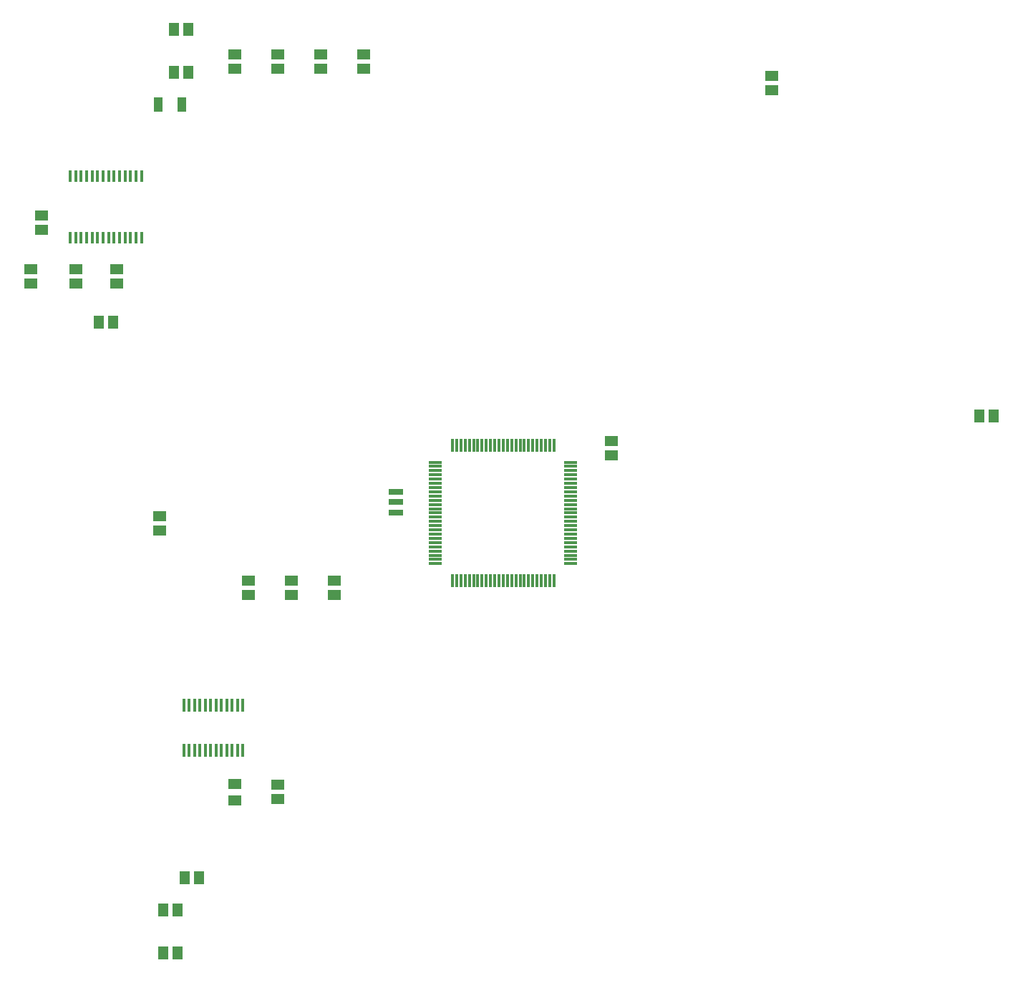
<source format=gtp>
G75*
%MOIN*%
%OFA0B0*%
%FSLAX24Y24*%
%IPPOS*%
%LPD*%
%AMOC8*
5,1,8,0,0,1.08239X$1,22.5*
%
%ADD10R,0.0118X0.0591*%
%ADD11R,0.0591X0.0118*%
%ADD12R,0.0669X0.0276*%
%ADD13R,0.0512X0.0591*%
%ADD14R,0.0591X0.0512*%
%ADD15R,0.0137X0.0550*%
%ADD16R,0.0394X0.0709*%
%ADD17R,0.0140X0.0630*%
%ADD18R,0.0630X0.0512*%
D10*
X021138Y020030D03*
X021335Y020030D03*
X021531Y020030D03*
X021728Y020030D03*
X021925Y020030D03*
X022122Y020030D03*
X022319Y020030D03*
X022516Y020030D03*
X022713Y020030D03*
X022909Y020030D03*
X023106Y020030D03*
X023303Y020030D03*
X023500Y020030D03*
X023697Y020030D03*
X023894Y020030D03*
X024091Y020030D03*
X024287Y020030D03*
X024484Y020030D03*
X024681Y020030D03*
X024878Y020030D03*
X025075Y020030D03*
X025272Y020030D03*
X025469Y020030D03*
X025665Y020030D03*
X025862Y020030D03*
X025862Y026330D03*
X025665Y026330D03*
X025469Y026330D03*
X025272Y026330D03*
X025075Y026330D03*
X024878Y026330D03*
X024681Y026330D03*
X024484Y026330D03*
X024287Y026330D03*
X024091Y026330D03*
X023894Y026330D03*
X023697Y026330D03*
X023500Y026330D03*
X023303Y026330D03*
X023106Y026330D03*
X022909Y026330D03*
X022713Y026330D03*
X022516Y026330D03*
X022319Y026330D03*
X022122Y026330D03*
X021925Y026330D03*
X021728Y026330D03*
X021531Y026330D03*
X021335Y026330D03*
X021138Y026330D03*
D11*
X020350Y025542D03*
X020350Y025345D03*
X020350Y025149D03*
X020350Y024952D03*
X020350Y024755D03*
X020350Y024558D03*
X020350Y024361D03*
X020350Y024164D03*
X020350Y023967D03*
X020350Y023771D03*
X020350Y023574D03*
X020350Y023377D03*
X020350Y023180D03*
X020350Y022983D03*
X020350Y022786D03*
X020350Y022589D03*
X020350Y022393D03*
X020350Y022196D03*
X020350Y021999D03*
X020350Y021802D03*
X020350Y021605D03*
X020350Y021408D03*
X020350Y021211D03*
X020350Y021015D03*
X020350Y020818D03*
X026650Y020818D03*
X026650Y021015D03*
X026650Y021211D03*
X026650Y021408D03*
X026650Y021605D03*
X026650Y021802D03*
X026650Y021999D03*
X026650Y022196D03*
X026650Y022393D03*
X026650Y022589D03*
X026650Y022786D03*
X026650Y022983D03*
X026650Y023180D03*
X026650Y023377D03*
X026650Y023574D03*
X026650Y023771D03*
X026650Y023967D03*
X026650Y024164D03*
X026650Y024361D03*
X026650Y024558D03*
X026650Y024755D03*
X026650Y024952D03*
X026650Y025149D03*
X026650Y025345D03*
X026650Y025542D03*
D12*
X018500Y024152D03*
X018500Y023680D03*
X018500Y023208D03*
D13*
X007665Y002680D03*
X008335Y002680D03*
X008335Y004680D03*
X007665Y004680D03*
X008665Y006180D03*
X009335Y006180D03*
X005335Y032070D03*
X004665Y032070D03*
X008165Y043680D03*
X008835Y043680D03*
X008835Y045680D03*
X008165Y045680D03*
X045665Y027680D03*
X046335Y027680D03*
D14*
X036000Y042845D03*
X036000Y043515D03*
X028525Y026515D03*
X028525Y025845D03*
X015650Y020015D03*
X015650Y019345D03*
X013650Y019345D03*
X013650Y020015D03*
X011650Y020015D03*
X011650Y019345D03*
X007500Y022345D03*
X007500Y023015D03*
X005500Y033845D03*
X005500Y034515D03*
X003593Y034515D03*
X003593Y033845D03*
X001500Y033845D03*
X001500Y034515D03*
X002000Y036345D03*
X002000Y037015D03*
X011000Y043845D03*
X011000Y044515D03*
X013000Y044515D03*
X013000Y043845D03*
X015000Y043845D03*
X015000Y044515D03*
X017000Y044515D03*
X017000Y043845D03*
X013000Y010515D03*
X013000Y009845D03*
D15*
X006663Y035991D03*
X006407Y035991D03*
X006152Y035991D03*
X005896Y035991D03*
X005640Y035991D03*
X005384Y035991D03*
X005128Y035991D03*
X004872Y035991D03*
X004616Y035991D03*
X004360Y035991D03*
X004104Y035991D03*
X003848Y035991D03*
X003593Y035991D03*
X003337Y035991D03*
X003337Y038869D03*
X003593Y038869D03*
X003848Y038869D03*
X004104Y038869D03*
X004360Y038869D03*
X004616Y038869D03*
X004872Y038869D03*
X005128Y038869D03*
X005384Y038869D03*
X005640Y038869D03*
X005896Y038869D03*
X006152Y038869D03*
X006407Y038869D03*
X006663Y038869D03*
D16*
X007449Y042180D03*
X008551Y042180D03*
D17*
X008620Y014220D03*
X008880Y014220D03*
X009120Y014220D03*
X009380Y014220D03*
X009620Y014220D03*
X009880Y014220D03*
X010120Y014220D03*
X010380Y014220D03*
X010620Y014220D03*
X010880Y014220D03*
X011120Y014220D03*
X011380Y014220D03*
X011380Y012140D03*
X011120Y012140D03*
X010880Y012140D03*
X010620Y012140D03*
X010380Y012140D03*
X010120Y012140D03*
X009880Y012140D03*
X009620Y012140D03*
X009380Y012140D03*
X009120Y012140D03*
X008880Y012140D03*
X008620Y012140D03*
D18*
X011000Y010554D03*
X011000Y009806D03*
M02*

</source>
